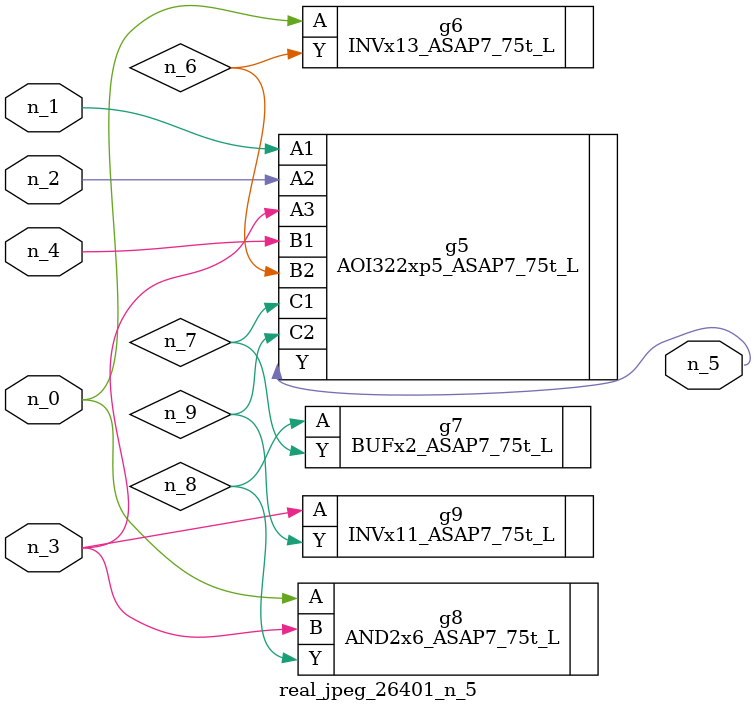
<source format=v>
module real_jpeg_26401_n_5 (n_4, n_0, n_1, n_2, n_3, n_5);

input n_4;
input n_0;
input n_1;
input n_2;
input n_3;

output n_5;

wire n_8;
wire n_6;
wire n_7;
wire n_9;

INVx13_ASAP7_75t_L g6 ( 
.A(n_0),
.Y(n_6)
);

AND2x6_ASAP7_75t_L g8 ( 
.A(n_0),
.B(n_3),
.Y(n_8)
);

AOI322xp5_ASAP7_75t_L g5 ( 
.A1(n_1),
.A2(n_2),
.A3(n_3),
.B1(n_4),
.B2(n_6),
.C1(n_7),
.C2(n_9),
.Y(n_5)
);

INVx11_ASAP7_75t_L g9 ( 
.A(n_3),
.Y(n_9)
);

BUFx2_ASAP7_75t_L g7 ( 
.A(n_8),
.Y(n_7)
);


endmodule
</source>
